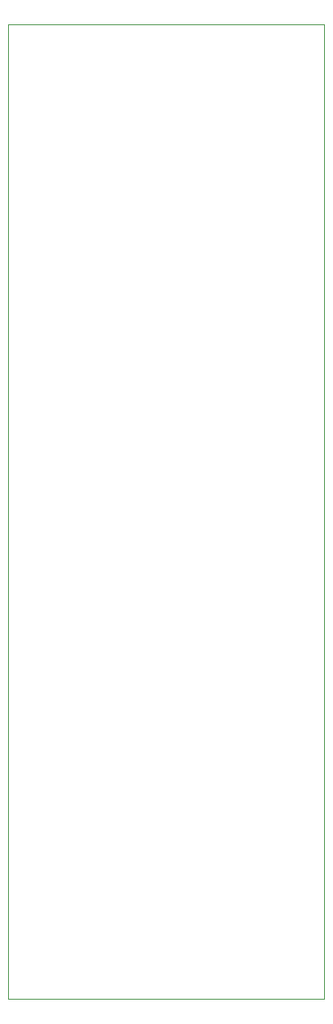
<source format=gbr>
G04 #@! TF.FileFunction,Profile,NP*
%FSLAX46Y46*%
G04 Gerber Fmt 4.6, Leading zero omitted, Abs format (unit mm)*
G04 Created by KiCad (PCBNEW 4.0.7) date 06/24/19 17:31:57*
%MOMM*%
%LPD*%
G01*
G04 APERTURE LIST*
%ADD10C,0.100000*%
G04 APERTURE END LIST*
D10*
X131572000Y-39624000D02*
X164592000Y-39624000D01*
X131572000Y-39624000D02*
X131572000Y-141224000D01*
X164592000Y-141224000D02*
X131572000Y-141224000D01*
X164592000Y-39624000D02*
X164592000Y-141224000D01*
M02*

</source>
